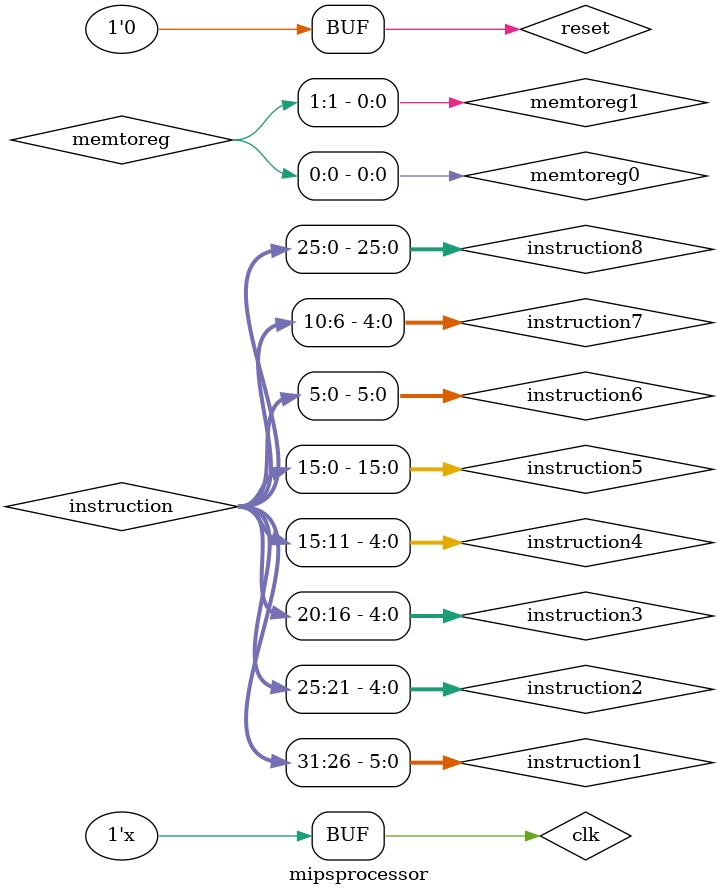
<source format=v>
module mipsprocessor();
	wire [31:0] a ;
	wire [31:0] b ;	
	wire [31:0] instruction ;
	wire [5:0] instruction1 ;
	wire [4:0] instruction2 ;
	wire [4:0] instruction3 ;
	wire [4:0] instruction4 ;
        wire [15:0] instruction5 ;
	wire [5:0] instruction6 ;
	wire [4:0] instruction7 ;
	wire [25:0] instruction8 ;
	wire alusrc,regwrite,memread,memwrite,br,aluop0,aluop1,j;
	wire [1:0] regdst ;
	wire [1:0] memtoreg;
	wire [31:0] read_data1 ; 
	wire [31:0] read_data2 ; 
	wire [31:0] write_data;
	
	wire [4:0] mux1out ; 		   
	wire [31:0] signextention_out ; 
	wire [31:0] secondoperand ;	
	wire [3:0] alucontrolinput;
	wire [1:0] aluop ;
	wire [31:0] alu_result ;
	wire  zero_signal ;	
	wire [31:0] read_data ;
	wire [31:0] pc_4 ;
	wire [27:0] shifted_jump ;
	wire memtoreg0,memtoreg1 ; 
	wire [31:0] jump_address ;
	wire [31:0] alu2_secondoperand ;
	wire [31:0] fulladderout;
	wire andout ;
	wire [31:0] firstmux_secondalu_out ;
	wire [31 :0] secondmux_secondalu_out ;
	wire [31:0] thirdmux_secondalu_out ;
	wire jumpReg ;
    wire mux_regwrite_outputsignal;	
	reg reset ;
        reg clk ; 
	parameter jal_reg_address =5'b11111 ;
        parameter zero =0 ; 
        parameter zero5bit =5'b00000;
        parameter zero1bit =1'b0;
	assign jump_address = {{pc_4[31:28]},shifted_jump} ;
	
	pc programcounter ( a,thirdmux_secondalu_out ,clk,reset);	
        instruction_memory im (instruction,a ,clk);						
	assign instruction1=instruction[31:26];  
	assign instruction2=instruction[25:21];
	assign instruction3=instruction[20:16];
	assign instruction4=instruction[15:11];
	assign instruction5=instruction[15:0];
	assign instruction6=instruction[5:0];
	assign instruction7=instruction[10:6];
	assign instruction8=instruction[25:0];
	assign memtoreg0=memtoreg[0];
	assign memtoreg1=memtoreg[1];
	
	assign aluop = {aluop1,aluop0} ;
	controlunit cu (instruction1,regdst,alusrc,memtoreg,regwrite,memread,memwrite,br,aluop0,aluop1,j);
	
	Mux5bit mux_regdst(instruction3 , instruction4 , jal_reg_address, zero5bit ,regdst[0] , regdst[1] , mux1out ) ;
	
	mux1bit mux_toregfile (regwrite,zero1bit,jumpReg,mux_regwrite_outputsignal);
	RegisterFile regfile ( mux_regwrite_outputsignal , instruction2 , instruction3 , read_data1 , read_data2 ,mux1out ,write_data ,clk );
	
	mux_21 mux_alu ( read_data2 ,signextention_out	, alusrc , secondoperand );
	
	signExtention se ( instruction5 ,  signextention_out ) ; 
	
	ALUControlUnit alucontrol ( alucontrolinput ,jumpReg ,aluop , instruction6);
	
	ALU alu ( alu_result , zero_signal , instruction7 , alucontrolinput ,read_data1 , secondoperand);
	
	Datamemory datamemory ( clk , alu_result , read_data2 , read_data , memread , memwrite ) ;
	
	mux_41 mux_datamemory( alu_result , read_data ,	pc_4 , zero , memtoreg0,memtoreg1,write_data);
	
	adder adder_pc (a , pc_4 ); 
	
	shiftby26 shiftingby2 ( shifted_jump ,instruction8 ); 
	
	shiftby2 shifting_constant_by2 ( alu2_secondoperand , signextention_out );
	
	adder32bit fulladder (fulladderout,n ,pc_4,signextention_out ,zero1bit ) ;
	and and_branch ( andout , br , zero_signal ) ;
	mux_21 firstmux_secondalu (pc_4 ,fulladderout , andout ,firstmux_secondalu_out );
	mux_21 secondmux_secondalu ( firstmux_secondalu_out , jump_address , j ,secondmux_secondalu_out);
	mux_21 thirdmux_secondalu ( secondmux_secondalu_out , read_data1 ,jumpReg ,thirdmux_secondalu_out );
initial begin
clk<=0 ;
reset <= 1;
#30 reset = 0;
end 
always begin 
          #20 clk=~clk ; 
end
	endmodule 

	
	
	
	
	
	
	
	
	
	
	
	
	
	

	
	
	
	
	
	
	
	
	
	
	
	
	
	
</source>
